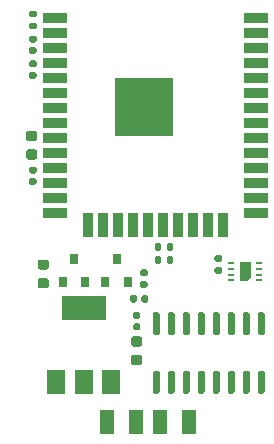
<source format=gbr>
G04 #@! TF.GenerationSoftware,KiCad,Pcbnew,(5.1.9)-1*
G04 #@! TF.CreationDate,2021-06-19T22:19:12+01:00*
G04 #@! TF.ProjectId,temp_sensor,74656d70-5f73-4656-9e73-6f722e6b6963,rev?*
G04 #@! TF.SameCoordinates,Original*
G04 #@! TF.FileFunction,Paste,Top*
G04 #@! TF.FilePolarity,Positive*
%FSLAX46Y46*%
G04 Gerber Fmt 4.6, Leading zero omitted, Abs format (unit mm)*
G04 Created by KiCad (PCBNEW (5.1.9)-1) date 2021-06-19 22:19:12*
%MOMM*%
%LPD*%
G01*
G04 APERTURE LIST*
%ADD10R,1.200000X2.000000*%
%ADD11R,0.550000X0.250000*%
%ADD12C,0.100000*%
%ADD13R,2.000000X0.900000*%
%ADD14R,0.900000X2.000000*%
%ADD15R,5.000000X5.000000*%
%ADD16R,1.500000X2.000000*%
%ADD17R,3.800000X2.000000*%
%ADD18R,0.800000X0.900000*%
G04 APERTURE END LIST*
G36*
G01*
X60860000Y-62915000D02*
X60860000Y-63285000D01*
G75*
G02*
X60725000Y-63420000I-135000J0D01*
G01*
X60455000Y-63420000D01*
G75*
G02*
X60320000Y-63285000I0J135000D01*
G01*
X60320000Y-62915000D01*
G75*
G02*
X60455000Y-62780000I135000J0D01*
G01*
X60725000Y-62780000D01*
G75*
G02*
X60860000Y-62915000I0J-135000D01*
G01*
G37*
G36*
G01*
X61880000Y-62915000D02*
X61880000Y-63285000D01*
G75*
G02*
X61745000Y-63420000I-135000J0D01*
G01*
X61475000Y-63420000D01*
G75*
G02*
X61340000Y-63285000I0J135000D01*
G01*
X61340000Y-62915000D01*
G75*
G02*
X61475000Y-62780000I135000J0D01*
G01*
X61745000Y-62780000D01*
G75*
G02*
X61880000Y-62915000I0J-135000D01*
G01*
G37*
G36*
G01*
X60860000Y-61815000D02*
X60860000Y-62185000D01*
G75*
G02*
X60725000Y-62320000I-135000J0D01*
G01*
X60455000Y-62320000D01*
G75*
G02*
X60320000Y-62185000I0J135000D01*
G01*
X60320000Y-61815000D01*
G75*
G02*
X60455000Y-61680000I135000J0D01*
G01*
X60725000Y-61680000D01*
G75*
G02*
X60860000Y-61815000I0J-135000D01*
G01*
G37*
G36*
G01*
X61880000Y-61815000D02*
X61880000Y-62185000D01*
G75*
G02*
X61745000Y-62320000I-135000J0D01*
G01*
X61475000Y-62320000D01*
G75*
G02*
X61340000Y-62185000I0J135000D01*
G01*
X61340000Y-61815000D01*
G75*
G02*
X61475000Y-61680000I135000J0D01*
G01*
X61745000Y-61680000D01*
G75*
G02*
X61880000Y-61815000I0J-135000D01*
G01*
G37*
G36*
G01*
X65515000Y-63740000D02*
X65885000Y-63740000D01*
G75*
G02*
X66020000Y-63875000I0J-135000D01*
G01*
X66020000Y-64145000D01*
G75*
G02*
X65885000Y-64280000I-135000J0D01*
G01*
X65515000Y-64280000D01*
G75*
G02*
X65380000Y-64145000I0J135000D01*
G01*
X65380000Y-63875000D01*
G75*
G02*
X65515000Y-63740000I135000J0D01*
G01*
G37*
G36*
G01*
X65515000Y-62720000D02*
X65885000Y-62720000D01*
G75*
G02*
X66020000Y-62855000I0J-135000D01*
G01*
X66020000Y-63125000D01*
G75*
G02*
X65885000Y-63260000I-135000J0D01*
G01*
X65515000Y-63260000D01*
G75*
G02*
X65380000Y-63125000I0J135000D01*
G01*
X65380000Y-62855000D01*
G75*
G02*
X65515000Y-62720000I135000J0D01*
G01*
G37*
G36*
G01*
X51156250Y-63950000D02*
X50643750Y-63950000D01*
G75*
G02*
X50425000Y-63731250I0J218750D01*
G01*
X50425000Y-63293750D01*
G75*
G02*
X50643750Y-63075000I218750J0D01*
G01*
X51156250Y-63075000D01*
G75*
G02*
X51375000Y-63293750I0J-218750D01*
G01*
X51375000Y-63731250D01*
G75*
G02*
X51156250Y-63950000I-218750J0D01*
G01*
G37*
G36*
G01*
X51156250Y-65525000D02*
X50643750Y-65525000D01*
G75*
G02*
X50425000Y-65306250I0J218750D01*
G01*
X50425000Y-64868750D01*
G75*
G02*
X50643750Y-64650000I218750J0D01*
G01*
X51156250Y-64650000D01*
G75*
G02*
X51375000Y-64868750I0J-218750D01*
G01*
X51375000Y-65306250D01*
G75*
G02*
X51156250Y-65525000I-218750J0D01*
G01*
G37*
G36*
G01*
X50185000Y-42560000D02*
X49815000Y-42560000D01*
G75*
G02*
X49680000Y-42425000I0J135000D01*
G01*
X49680000Y-42155000D01*
G75*
G02*
X49815000Y-42020000I135000J0D01*
G01*
X50185000Y-42020000D01*
G75*
G02*
X50320000Y-42155000I0J-135000D01*
G01*
X50320000Y-42425000D01*
G75*
G02*
X50185000Y-42560000I-135000J0D01*
G01*
G37*
G36*
G01*
X50185000Y-43580000D02*
X49815000Y-43580000D01*
G75*
G02*
X49680000Y-43445000I0J135000D01*
G01*
X49680000Y-43175000D01*
G75*
G02*
X49815000Y-43040000I135000J0D01*
G01*
X50185000Y-43040000D01*
G75*
G02*
X50320000Y-43175000I0J-135000D01*
G01*
X50320000Y-43445000D01*
G75*
G02*
X50185000Y-43580000I-135000J0D01*
G01*
G37*
G36*
G01*
X60605000Y-69500000D02*
X60305000Y-69500000D01*
G75*
G02*
X60155000Y-69350000I0J150000D01*
G01*
X60155000Y-67700000D01*
G75*
G02*
X60305000Y-67550000I150000J0D01*
G01*
X60605000Y-67550000D01*
G75*
G02*
X60755000Y-67700000I0J-150000D01*
G01*
X60755000Y-69350000D01*
G75*
G02*
X60605000Y-69500000I-150000J0D01*
G01*
G37*
G36*
G01*
X61875000Y-69500000D02*
X61575000Y-69500000D01*
G75*
G02*
X61425000Y-69350000I0J150000D01*
G01*
X61425000Y-67700000D01*
G75*
G02*
X61575000Y-67550000I150000J0D01*
G01*
X61875000Y-67550000D01*
G75*
G02*
X62025000Y-67700000I0J-150000D01*
G01*
X62025000Y-69350000D01*
G75*
G02*
X61875000Y-69500000I-150000J0D01*
G01*
G37*
G36*
G01*
X63145000Y-69500000D02*
X62845000Y-69500000D01*
G75*
G02*
X62695000Y-69350000I0J150000D01*
G01*
X62695000Y-67700000D01*
G75*
G02*
X62845000Y-67550000I150000J0D01*
G01*
X63145000Y-67550000D01*
G75*
G02*
X63295000Y-67700000I0J-150000D01*
G01*
X63295000Y-69350000D01*
G75*
G02*
X63145000Y-69500000I-150000J0D01*
G01*
G37*
G36*
G01*
X64415000Y-69500000D02*
X64115000Y-69500000D01*
G75*
G02*
X63965000Y-69350000I0J150000D01*
G01*
X63965000Y-67700000D01*
G75*
G02*
X64115000Y-67550000I150000J0D01*
G01*
X64415000Y-67550000D01*
G75*
G02*
X64565000Y-67700000I0J-150000D01*
G01*
X64565000Y-69350000D01*
G75*
G02*
X64415000Y-69500000I-150000J0D01*
G01*
G37*
G36*
G01*
X65685000Y-69500000D02*
X65385000Y-69500000D01*
G75*
G02*
X65235000Y-69350000I0J150000D01*
G01*
X65235000Y-67700000D01*
G75*
G02*
X65385000Y-67550000I150000J0D01*
G01*
X65685000Y-67550000D01*
G75*
G02*
X65835000Y-67700000I0J-150000D01*
G01*
X65835000Y-69350000D01*
G75*
G02*
X65685000Y-69500000I-150000J0D01*
G01*
G37*
G36*
G01*
X66955000Y-69500000D02*
X66655000Y-69500000D01*
G75*
G02*
X66505000Y-69350000I0J150000D01*
G01*
X66505000Y-67700000D01*
G75*
G02*
X66655000Y-67550000I150000J0D01*
G01*
X66955000Y-67550000D01*
G75*
G02*
X67105000Y-67700000I0J-150000D01*
G01*
X67105000Y-69350000D01*
G75*
G02*
X66955000Y-69500000I-150000J0D01*
G01*
G37*
G36*
G01*
X68225000Y-69500000D02*
X67925000Y-69500000D01*
G75*
G02*
X67775000Y-69350000I0J150000D01*
G01*
X67775000Y-67700000D01*
G75*
G02*
X67925000Y-67550000I150000J0D01*
G01*
X68225000Y-67550000D01*
G75*
G02*
X68375000Y-67700000I0J-150000D01*
G01*
X68375000Y-69350000D01*
G75*
G02*
X68225000Y-69500000I-150000J0D01*
G01*
G37*
G36*
G01*
X69495000Y-69500000D02*
X69195000Y-69500000D01*
G75*
G02*
X69045000Y-69350000I0J150000D01*
G01*
X69045000Y-67700000D01*
G75*
G02*
X69195000Y-67550000I150000J0D01*
G01*
X69495000Y-67550000D01*
G75*
G02*
X69645000Y-67700000I0J-150000D01*
G01*
X69645000Y-69350000D01*
G75*
G02*
X69495000Y-69500000I-150000J0D01*
G01*
G37*
G36*
G01*
X69495000Y-74450000D02*
X69195000Y-74450000D01*
G75*
G02*
X69045000Y-74300000I0J150000D01*
G01*
X69045000Y-72650000D01*
G75*
G02*
X69195000Y-72500000I150000J0D01*
G01*
X69495000Y-72500000D01*
G75*
G02*
X69645000Y-72650000I0J-150000D01*
G01*
X69645000Y-74300000D01*
G75*
G02*
X69495000Y-74450000I-150000J0D01*
G01*
G37*
G36*
G01*
X68225000Y-74450000D02*
X67925000Y-74450000D01*
G75*
G02*
X67775000Y-74300000I0J150000D01*
G01*
X67775000Y-72650000D01*
G75*
G02*
X67925000Y-72500000I150000J0D01*
G01*
X68225000Y-72500000D01*
G75*
G02*
X68375000Y-72650000I0J-150000D01*
G01*
X68375000Y-74300000D01*
G75*
G02*
X68225000Y-74450000I-150000J0D01*
G01*
G37*
G36*
G01*
X66955000Y-74450000D02*
X66655000Y-74450000D01*
G75*
G02*
X66505000Y-74300000I0J150000D01*
G01*
X66505000Y-72650000D01*
G75*
G02*
X66655000Y-72500000I150000J0D01*
G01*
X66955000Y-72500000D01*
G75*
G02*
X67105000Y-72650000I0J-150000D01*
G01*
X67105000Y-74300000D01*
G75*
G02*
X66955000Y-74450000I-150000J0D01*
G01*
G37*
G36*
G01*
X65685000Y-74450000D02*
X65385000Y-74450000D01*
G75*
G02*
X65235000Y-74300000I0J150000D01*
G01*
X65235000Y-72650000D01*
G75*
G02*
X65385000Y-72500000I150000J0D01*
G01*
X65685000Y-72500000D01*
G75*
G02*
X65835000Y-72650000I0J-150000D01*
G01*
X65835000Y-74300000D01*
G75*
G02*
X65685000Y-74450000I-150000J0D01*
G01*
G37*
G36*
G01*
X64415000Y-74450000D02*
X64115000Y-74450000D01*
G75*
G02*
X63965000Y-74300000I0J150000D01*
G01*
X63965000Y-72650000D01*
G75*
G02*
X64115000Y-72500000I150000J0D01*
G01*
X64415000Y-72500000D01*
G75*
G02*
X64565000Y-72650000I0J-150000D01*
G01*
X64565000Y-74300000D01*
G75*
G02*
X64415000Y-74450000I-150000J0D01*
G01*
G37*
G36*
G01*
X63145000Y-74450000D02*
X62845000Y-74450000D01*
G75*
G02*
X62695000Y-74300000I0J150000D01*
G01*
X62695000Y-72650000D01*
G75*
G02*
X62845000Y-72500000I150000J0D01*
G01*
X63145000Y-72500000D01*
G75*
G02*
X63295000Y-72650000I0J-150000D01*
G01*
X63295000Y-74300000D01*
G75*
G02*
X63145000Y-74450000I-150000J0D01*
G01*
G37*
G36*
G01*
X61875000Y-74450000D02*
X61575000Y-74450000D01*
G75*
G02*
X61425000Y-74300000I0J150000D01*
G01*
X61425000Y-72650000D01*
G75*
G02*
X61575000Y-72500000I150000J0D01*
G01*
X61875000Y-72500000D01*
G75*
G02*
X62025000Y-72650000I0J-150000D01*
G01*
X62025000Y-74300000D01*
G75*
G02*
X61875000Y-74450000I-150000J0D01*
G01*
G37*
G36*
G01*
X60605000Y-74450000D02*
X60305000Y-74450000D01*
G75*
G02*
X60155000Y-74300000I0J150000D01*
G01*
X60155000Y-72650000D01*
G75*
G02*
X60305000Y-72500000I150000J0D01*
G01*
X60605000Y-72500000D01*
G75*
G02*
X60755000Y-72650000I0J-150000D01*
G01*
X60755000Y-74300000D01*
G75*
G02*
X60605000Y-74450000I-150000J0D01*
G01*
G37*
D10*
X56250000Y-76800000D03*
X58750000Y-76800000D03*
X60750000Y-76800000D03*
X63250000Y-76800000D03*
D11*
X69175000Y-64850000D03*
X69175000Y-64350000D03*
X69175000Y-63850000D03*
X69175000Y-63350000D03*
X66825000Y-63350000D03*
X66825000Y-63850000D03*
X66825000Y-64350000D03*
X66825000Y-64850000D03*
D12*
G36*
X67550000Y-63300000D02*
G01*
X68450000Y-63300000D01*
X68450000Y-64630000D01*
X68180000Y-64900000D01*
X67550000Y-64900000D01*
X67550000Y-63300000D01*
G37*
G36*
G01*
X50172500Y-55810000D02*
X49827500Y-55810000D01*
G75*
G02*
X49680000Y-55662500I0J147500D01*
G01*
X49680000Y-55367500D01*
G75*
G02*
X49827500Y-55220000I147500J0D01*
G01*
X50172500Y-55220000D01*
G75*
G02*
X50320000Y-55367500I0J-147500D01*
G01*
X50320000Y-55662500D01*
G75*
G02*
X50172500Y-55810000I-147500J0D01*
G01*
G37*
G36*
G01*
X50172500Y-56780000D02*
X49827500Y-56780000D01*
G75*
G02*
X49680000Y-56632500I0J147500D01*
G01*
X49680000Y-56337500D01*
G75*
G02*
X49827500Y-56190000I147500J0D01*
G01*
X50172500Y-56190000D01*
G75*
G02*
X50320000Y-56337500I0J-147500D01*
G01*
X50320000Y-56632500D01*
G75*
G02*
X50172500Y-56780000I-147500J0D01*
G01*
G37*
G36*
G01*
X49643750Y-53750000D02*
X50156250Y-53750000D01*
G75*
G02*
X50375000Y-53968750I0J-218750D01*
G01*
X50375000Y-54406250D01*
G75*
G02*
X50156250Y-54625000I-218750J0D01*
G01*
X49643750Y-54625000D01*
G75*
G02*
X49425000Y-54406250I0J218750D01*
G01*
X49425000Y-53968750D01*
G75*
G02*
X49643750Y-53750000I218750J0D01*
G01*
G37*
G36*
G01*
X49643750Y-52175000D02*
X50156250Y-52175000D01*
G75*
G02*
X50375000Y-52393750I0J-218750D01*
G01*
X50375000Y-52831250D01*
G75*
G02*
X50156250Y-53050000I-218750J0D01*
G01*
X49643750Y-53050000D01*
G75*
G02*
X49425000Y-52831250I0J218750D01*
G01*
X49425000Y-52393750D01*
G75*
G02*
X49643750Y-52175000I218750J0D01*
G01*
G37*
D13*
X68900000Y-42645000D03*
X68900000Y-43915000D03*
X68900000Y-45185000D03*
X68900000Y-46455000D03*
X68900000Y-47725000D03*
X68900000Y-48995000D03*
X68900000Y-50265000D03*
X68900000Y-51535000D03*
X68900000Y-52805000D03*
X68900000Y-54075000D03*
X68900000Y-55345000D03*
X68900000Y-56615000D03*
X68900000Y-57885000D03*
X68900000Y-59155000D03*
D14*
X66115000Y-60155000D03*
X64845000Y-60155000D03*
X63575000Y-60155000D03*
X62305000Y-60155000D03*
X61035000Y-60155000D03*
X59765000Y-60155000D03*
X58495000Y-60155000D03*
X57225000Y-60155000D03*
X55955000Y-60155000D03*
X54685000Y-60155000D03*
D13*
X51900000Y-59155000D03*
X51900000Y-57885000D03*
X51900000Y-56615000D03*
X51900000Y-55345000D03*
X51900000Y-54075000D03*
X51900000Y-52805000D03*
X51900000Y-51535000D03*
X51900000Y-50265000D03*
X51900000Y-48995000D03*
X51900000Y-47725000D03*
X51900000Y-46455000D03*
X51900000Y-45185000D03*
X51900000Y-43915000D03*
X51900000Y-42645000D03*
D15*
X59400000Y-50145000D03*
D16*
X52000000Y-73450000D03*
X56600000Y-73450000D03*
X54300000Y-73450000D03*
D17*
X54300000Y-67150000D03*
G36*
G01*
X50172500Y-44710000D02*
X49827500Y-44710000D01*
G75*
G02*
X49680000Y-44562500I0J147500D01*
G01*
X49680000Y-44267500D01*
G75*
G02*
X49827500Y-44120000I147500J0D01*
G01*
X50172500Y-44120000D01*
G75*
G02*
X50320000Y-44267500I0J-147500D01*
G01*
X50320000Y-44562500D01*
G75*
G02*
X50172500Y-44710000I-147500J0D01*
G01*
G37*
G36*
G01*
X50172500Y-45680000D02*
X49827500Y-45680000D01*
G75*
G02*
X49680000Y-45532500I0J147500D01*
G01*
X49680000Y-45237500D01*
G75*
G02*
X49827500Y-45090000I147500J0D01*
G01*
X50172500Y-45090000D01*
G75*
G02*
X50320000Y-45237500I0J-147500D01*
G01*
X50320000Y-45532500D01*
G75*
G02*
X50172500Y-45680000I-147500J0D01*
G01*
G37*
G36*
G01*
X58810000Y-66227500D02*
X58810000Y-66572500D01*
G75*
G02*
X58662500Y-66720000I-147500J0D01*
G01*
X58367500Y-66720000D01*
G75*
G02*
X58220000Y-66572500I0J147500D01*
G01*
X58220000Y-66227500D01*
G75*
G02*
X58367500Y-66080000I147500J0D01*
G01*
X58662500Y-66080000D01*
G75*
G02*
X58810000Y-66227500I0J-147500D01*
G01*
G37*
G36*
G01*
X59780000Y-66227500D02*
X59780000Y-66572500D01*
G75*
G02*
X59632500Y-66720000I-147500J0D01*
G01*
X59337500Y-66720000D01*
G75*
G02*
X59190000Y-66572500I0J147500D01*
G01*
X59190000Y-66227500D01*
G75*
G02*
X59337500Y-66080000I147500J0D01*
G01*
X59632500Y-66080000D01*
G75*
G02*
X59780000Y-66227500I0J-147500D01*
G01*
G37*
G36*
G01*
X59227500Y-64890000D02*
X59572500Y-64890000D01*
G75*
G02*
X59720000Y-65037500I0J-147500D01*
G01*
X59720000Y-65332500D01*
G75*
G02*
X59572500Y-65480000I-147500J0D01*
G01*
X59227500Y-65480000D01*
G75*
G02*
X59080000Y-65332500I0J147500D01*
G01*
X59080000Y-65037500D01*
G75*
G02*
X59227500Y-64890000I147500J0D01*
G01*
G37*
G36*
G01*
X59227500Y-63920000D02*
X59572500Y-63920000D01*
G75*
G02*
X59720000Y-64067500I0J-147500D01*
G01*
X59720000Y-64362500D01*
G75*
G02*
X59572500Y-64510000I-147500J0D01*
G01*
X59227500Y-64510000D01*
G75*
G02*
X59080000Y-64362500I0J147500D01*
G01*
X59080000Y-64067500D01*
G75*
G02*
X59227500Y-63920000I147500J0D01*
G01*
G37*
D18*
X57100000Y-63000000D03*
X58050000Y-65000000D03*
X56150000Y-65000000D03*
X53500000Y-63000000D03*
X54450000Y-65000000D03*
X52550000Y-65000000D03*
G36*
G01*
X49827500Y-47190000D02*
X50172500Y-47190000D01*
G75*
G02*
X50320000Y-47337500I0J-147500D01*
G01*
X50320000Y-47632500D01*
G75*
G02*
X50172500Y-47780000I-147500J0D01*
G01*
X49827500Y-47780000D01*
G75*
G02*
X49680000Y-47632500I0J147500D01*
G01*
X49680000Y-47337500D01*
G75*
G02*
X49827500Y-47190000I147500J0D01*
G01*
G37*
G36*
G01*
X49827500Y-46220000D02*
X50172500Y-46220000D01*
G75*
G02*
X50320000Y-46367500I0J-147500D01*
G01*
X50320000Y-46662500D01*
G75*
G02*
X50172500Y-46810000I-147500J0D01*
G01*
X49827500Y-46810000D01*
G75*
G02*
X49680000Y-46662500I0J147500D01*
G01*
X49680000Y-46367500D01*
G75*
G02*
X49827500Y-46220000I147500J0D01*
G01*
G37*
G36*
G01*
X59056250Y-70450000D02*
X58543750Y-70450000D01*
G75*
G02*
X58325000Y-70231250I0J218750D01*
G01*
X58325000Y-69793750D01*
G75*
G02*
X58543750Y-69575000I218750J0D01*
G01*
X59056250Y-69575000D01*
G75*
G02*
X59275000Y-69793750I0J-218750D01*
G01*
X59275000Y-70231250D01*
G75*
G02*
X59056250Y-70450000I-218750J0D01*
G01*
G37*
G36*
G01*
X59056250Y-72025000D02*
X58543750Y-72025000D01*
G75*
G02*
X58325000Y-71806250I0J218750D01*
G01*
X58325000Y-71368750D01*
G75*
G02*
X58543750Y-71150000I218750J0D01*
G01*
X59056250Y-71150000D01*
G75*
G02*
X59275000Y-71368750I0J-218750D01*
G01*
X59275000Y-71806250D01*
G75*
G02*
X59056250Y-72025000I-218750J0D01*
G01*
G37*
G36*
G01*
X58627500Y-68490000D02*
X58972500Y-68490000D01*
G75*
G02*
X59120000Y-68637500I0J-147500D01*
G01*
X59120000Y-68932500D01*
G75*
G02*
X58972500Y-69080000I-147500J0D01*
G01*
X58627500Y-69080000D01*
G75*
G02*
X58480000Y-68932500I0J147500D01*
G01*
X58480000Y-68637500D01*
G75*
G02*
X58627500Y-68490000I147500J0D01*
G01*
G37*
G36*
G01*
X58627500Y-67520000D02*
X58972500Y-67520000D01*
G75*
G02*
X59120000Y-67667500I0J-147500D01*
G01*
X59120000Y-67962500D01*
G75*
G02*
X58972500Y-68110000I-147500J0D01*
G01*
X58627500Y-68110000D01*
G75*
G02*
X58480000Y-67962500I0J147500D01*
G01*
X58480000Y-67667500D01*
G75*
G02*
X58627500Y-67520000I147500J0D01*
G01*
G37*
M02*

</source>
